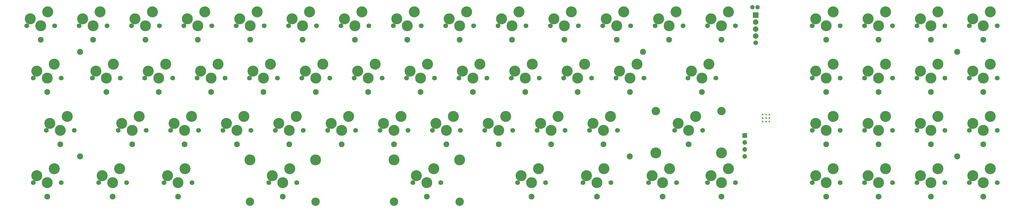
<source format=gbr>
%TF.GenerationSoftware,KiCad,Pcbnew,(6.0.10-0)*%
%TF.CreationDate,2023-02-15T12:55:37-06:00*%
%TF.ProjectId,The-GarlicBoard-2,5468652d-4761-4726-9c69-63426f617264,rev?*%
%TF.SameCoordinates,Original*%
%TF.FileFunction,Soldermask,Top*%
%TF.FilePolarity,Negative*%
%FSLAX46Y46*%
G04 Gerber Fmt 4.6, Leading zero omitted, Abs format (unit mm)*
G04 Created by KiCad (PCBNEW (6.0.10-0)) date 2023-02-15 12:55:37*
%MOMM*%
%LPD*%
G01*
G04 APERTURE LIST*
%ADD10C,3.987800*%
%ADD11C,1.750000*%
%ADD12C,4.000000*%
%ADD13C,3.048000*%
%ADD14C,2.200000*%
%ADD15C,1.700000*%
%ADD16R,2.000000X2.000000*%
%ADD17C,2.000000*%
%ADD18C,1.600000*%
%ADD19C,2.100000*%
%ADD20C,0.600000*%
%ADD21R,1.700000X1.700000*%
%ADD22O,1.700000X1.700000*%
G04 APERTURE END LIST*
D10*
X215900000Y-120142000D03*
D11*
X220980000Y-120142000D03*
X210820000Y-120142000D03*
D12*
X212090000Y-117602000D03*
X218440000Y-115062000D03*
D11*
X96520000Y-120142000D03*
X106680000Y-120142000D03*
D10*
X101600000Y-120142000D03*
D12*
X97790000Y-117602000D03*
X104140000Y-115062000D03*
D11*
X387604000Y-158242000D03*
X377444000Y-158242000D03*
D10*
X382524000Y-158242000D03*
D12*
X378714000Y-155702000D03*
X385064000Y-153162000D03*
D11*
X254254000Y-101092000D03*
D10*
X249174000Y-101092000D03*
D11*
X244094000Y-101092000D03*
D12*
X245364000Y-98552000D03*
X251714000Y-96012000D03*
D13*
X287305750Y-132207000D03*
X263429750Y-132207000D03*
D10*
X263429750Y-147447000D03*
X275367750Y-139192000D03*
D11*
X270287750Y-139192000D03*
X280447750Y-139192000D03*
D10*
X287305750Y-147447000D03*
D12*
X271557750Y-136652000D03*
X277907750Y-134112000D03*
D11*
X292354000Y-158242000D03*
D10*
X287274000Y-158242000D03*
D11*
X282194000Y-158242000D03*
D12*
X283464000Y-155702000D03*
X289814000Y-153162000D03*
D11*
X84486750Y-158242000D03*
X94646750Y-158242000D03*
D10*
X89566750Y-158242000D03*
D12*
X85756750Y-155702000D03*
X92106750Y-153162000D03*
D11*
X182118000Y-139192000D03*
X192278000Y-139192000D03*
D10*
X187198000Y-139192000D03*
D12*
X183388000Y-136652000D03*
X189738000Y-134112000D03*
D11*
X249428000Y-139192000D03*
X239268000Y-139192000D03*
D10*
X244348000Y-139192000D03*
D12*
X240538000Y-136652000D03*
X246888000Y-134112000D03*
D11*
X163830000Y-120142000D03*
X153670000Y-120142000D03*
D10*
X158750000Y-120142000D03*
D12*
X154940000Y-117602000D03*
X161290000Y-115062000D03*
D14*
X373000000Y-148700000D03*
D11*
X285210250Y-120142000D03*
D10*
X280130250Y-120142000D03*
D11*
X275050250Y-120142000D03*
D12*
X276320250Y-117602000D03*
X282670250Y-115062000D03*
D10*
X211074000Y-101092000D03*
D11*
X205994000Y-101092000D03*
X216154000Y-101092000D03*
D12*
X207264000Y-98552000D03*
X213614000Y-96012000D03*
D10*
X180086000Y-158242000D03*
D13*
X168148000Y-165227000D03*
D11*
X185166000Y-158242000D03*
D10*
X168148000Y-149987000D03*
X192024000Y-149987000D03*
D11*
X175006000Y-158242000D03*
D13*
X192024000Y-165227000D03*
D12*
X176276000Y-155702000D03*
X182626000Y-153162000D03*
D10*
X149098000Y-139192000D03*
D11*
X154178000Y-139192000D03*
X144018000Y-139192000D03*
D12*
X145288000Y-136652000D03*
X151638000Y-134112000D03*
D10*
X130048000Y-139192000D03*
D11*
X124968000Y-139192000D03*
X135128000Y-139192000D03*
D12*
X126238000Y-136652000D03*
X132588000Y-134112000D03*
D11*
X68580000Y-120142000D03*
D10*
X63500000Y-120142000D03*
D11*
X58420000Y-120142000D03*
D12*
X59690000Y-117602000D03*
X66040000Y-115062000D03*
D10*
X325374000Y-158242000D03*
D11*
X320294000Y-158242000D03*
X330454000Y-158242000D03*
D12*
X321564000Y-155702000D03*
X327914000Y-153162000D03*
D11*
X91694000Y-101092000D03*
X101854000Y-101092000D03*
D10*
X96774000Y-101092000D03*
D12*
X92964000Y-98552000D03*
X99314000Y-96012000D03*
D10*
X77724000Y-101092000D03*
D11*
X82804000Y-101092000D03*
X72644000Y-101092000D03*
D12*
X73914000Y-98552000D03*
X80264000Y-96012000D03*
D10*
X363474000Y-120142000D03*
D11*
X368554000Y-120142000D03*
X358394000Y-120142000D03*
D12*
X359664000Y-117602000D03*
X366014000Y-115062000D03*
D11*
X247046750Y-158242000D03*
X236886750Y-158242000D03*
D10*
X241966750Y-158242000D03*
D12*
X238156750Y-155702000D03*
X244506750Y-153162000D03*
D14*
X53911500Y-148717000D03*
D10*
X287274000Y-101092000D03*
D11*
X282194000Y-101092000D03*
X292354000Y-101092000D03*
D12*
X283464000Y-98552000D03*
X289814000Y-96012000D03*
D11*
X77470000Y-120142000D03*
D10*
X82550000Y-120142000D03*
D11*
X87630000Y-120142000D03*
D12*
X78740000Y-117602000D03*
X85090000Y-115062000D03*
D10*
X265842750Y-158242000D03*
D11*
X260762750Y-158242000D03*
X270922750Y-158242000D03*
D12*
X262032750Y-155702000D03*
X268382750Y-153162000D03*
D11*
X368554000Y-158242000D03*
D10*
X363474000Y-158242000D03*
D11*
X358394000Y-158242000D03*
D12*
X359664000Y-155702000D03*
X366014000Y-153162000D03*
D11*
X115570000Y-120142000D03*
X125730000Y-120142000D03*
D10*
X120650000Y-120142000D03*
D12*
X116840000Y-117602000D03*
X123190000Y-115062000D03*
D10*
X139700000Y-120142000D03*
D11*
X144780000Y-120142000D03*
X134620000Y-120142000D03*
D12*
X135890000Y-117602000D03*
X142240000Y-115062000D03*
D11*
X387604000Y-120142000D03*
D10*
X382524000Y-120142000D03*
D11*
X377444000Y-120142000D03*
D12*
X378714000Y-117602000D03*
X385064000Y-115062000D03*
D11*
X339344000Y-139192000D03*
X349504000Y-139192000D03*
D10*
X344424000Y-139192000D03*
D12*
X340614000Y-136652000D03*
X346964000Y-134112000D03*
D11*
X330454000Y-120142000D03*
D10*
X325374000Y-120142000D03*
D11*
X320294000Y-120142000D03*
D12*
X321564000Y-117602000D03*
X327914000Y-115062000D03*
D10*
X325374000Y-139192000D03*
D11*
X320294000Y-139192000D03*
X330454000Y-139192000D03*
D12*
X321564000Y-136652000D03*
X327914000Y-134112000D03*
D11*
X220218000Y-139192000D03*
X230378000Y-139192000D03*
D10*
X225298000Y-139192000D03*
D12*
X221488000Y-136652000D03*
X227838000Y-134112000D03*
D14*
X372999000Y-110617000D03*
D11*
X132746750Y-158242000D03*
X122586750Y-158242000D03*
D13*
X139604750Y-165227000D03*
D10*
X115728750Y-149987000D03*
D13*
X115728750Y-165227000D03*
D10*
X127666750Y-158242000D03*
X139604750Y-149987000D03*
D12*
X123856750Y-155702000D03*
X130206750Y-153162000D03*
D11*
X70866000Y-158242000D03*
X60706000Y-158242000D03*
D10*
X65786000Y-158242000D03*
D12*
X61976000Y-155702000D03*
X68326000Y-153162000D03*
D11*
X47085250Y-158242000D03*
X36925250Y-158242000D03*
D10*
X42005250Y-158242000D03*
D12*
X38195250Y-155702000D03*
X44545250Y-153162000D03*
D10*
X177800000Y-120142000D03*
D11*
X172720000Y-120142000D03*
X182880000Y-120142000D03*
D12*
X173990000Y-117602000D03*
X180340000Y-115062000D03*
D14*
X253936500Y-148717000D03*
D11*
X240030000Y-120142000D03*
D10*
X234950000Y-120142000D03*
D11*
X229870000Y-120142000D03*
D12*
X231140000Y-117602000D03*
X237490000Y-115062000D03*
D10*
X172974000Y-101092000D03*
D11*
X178054000Y-101092000D03*
X167894000Y-101092000D03*
D12*
X169164000Y-98552000D03*
X175514000Y-96012000D03*
D11*
X330454000Y-101092000D03*
D10*
X325374000Y-101092000D03*
D11*
X320294000Y-101092000D03*
D12*
X321564000Y-98552000D03*
X327914000Y-96012000D03*
D10*
X382524000Y-101092000D03*
D11*
X387604000Y-101092000D03*
X377444000Y-101092000D03*
D12*
X378714000Y-98552000D03*
X385064000Y-96012000D03*
D11*
X63754000Y-101092000D03*
X53594000Y-101092000D03*
D10*
X58674000Y-101092000D03*
D12*
X54864000Y-98552000D03*
X61214000Y-96012000D03*
D11*
X259080000Y-120142000D03*
D10*
X254000000Y-120142000D03*
D11*
X248920000Y-120142000D03*
D12*
X250190000Y-117602000D03*
X256540000Y-115062000D03*
D10*
X42005250Y-120142000D03*
D11*
X47085250Y-120142000D03*
X36925250Y-120142000D03*
D12*
X38195250Y-117602000D03*
X44545250Y-115062000D03*
D11*
X186944000Y-101092000D03*
X197104000Y-101092000D03*
D10*
X192024000Y-101092000D03*
D12*
X188214000Y-98552000D03*
X194564000Y-96012000D03*
D10*
X115824000Y-101092000D03*
D11*
X120904000Y-101092000D03*
X110744000Y-101092000D03*
D12*
X112014000Y-98552000D03*
X118364000Y-96012000D03*
D14*
X258700000Y-110600000D03*
D10*
X39624000Y-101092000D03*
D11*
X34544000Y-101092000D03*
X44704000Y-101092000D03*
D12*
X35814000Y-98552000D03*
X42164000Y-96012000D03*
D14*
X53911500Y-110617000D03*
D11*
X223266000Y-158242000D03*
D10*
X218186000Y-158242000D03*
D11*
X213106000Y-158242000D03*
D12*
X214376000Y-155702000D03*
X220726000Y-153162000D03*
D10*
X72898000Y-139192000D03*
D11*
X77978000Y-139192000D03*
X67818000Y-139192000D03*
D12*
X69088000Y-136652000D03*
X75438000Y-134112000D03*
D11*
X368554000Y-139192000D03*
X358394000Y-139192000D03*
D10*
X363474000Y-139192000D03*
D12*
X359664000Y-136652000D03*
X366014000Y-134112000D03*
D11*
X51847750Y-139192000D03*
X41687750Y-139192000D03*
D10*
X46767750Y-139192000D03*
D12*
X42957750Y-136652000D03*
X49307750Y-134112000D03*
D11*
X235204000Y-101092000D03*
X225044000Y-101092000D03*
D10*
X230124000Y-101092000D03*
D12*
X226314000Y-98552000D03*
X232664000Y-96012000D03*
D10*
X344424000Y-158242000D03*
D11*
X339344000Y-158242000D03*
X349504000Y-158242000D03*
D12*
X340614000Y-155702000D03*
X346964000Y-153162000D03*
D11*
X339344000Y-120142000D03*
D10*
X344424000Y-120142000D03*
D11*
X349504000Y-120142000D03*
D12*
X340614000Y-117602000D03*
X346964000Y-115062000D03*
D11*
X201930000Y-120142000D03*
X191770000Y-120142000D03*
D10*
X196850000Y-120142000D03*
D12*
X193040000Y-117602000D03*
X199390000Y-115062000D03*
D10*
X268224000Y-101092000D03*
D11*
X273304000Y-101092000D03*
X263144000Y-101092000D03*
D12*
X264414000Y-98552000D03*
X270764000Y-96012000D03*
D10*
X168148000Y-139192000D03*
D11*
X163068000Y-139192000D03*
X173228000Y-139192000D03*
D12*
X164338000Y-136652000D03*
X170688000Y-134112000D03*
D10*
X91948000Y-139192000D03*
D11*
X86868000Y-139192000D03*
X97028000Y-139192000D03*
D12*
X88138000Y-136652000D03*
X94488000Y-134112000D03*
D10*
X363474000Y-101092000D03*
D11*
X358394000Y-101092000D03*
X368554000Y-101092000D03*
D12*
X359664000Y-98552000D03*
X366014000Y-96012000D03*
D11*
X339344000Y-101092000D03*
D10*
X344424000Y-101092000D03*
D11*
X349504000Y-101092000D03*
D12*
X340614000Y-98552000D03*
X346964000Y-96012000D03*
D11*
X201168000Y-139192000D03*
X211328000Y-139192000D03*
D10*
X206248000Y-139192000D03*
D12*
X202438000Y-136652000D03*
X208788000Y-134112000D03*
D10*
X110998000Y-139192000D03*
D11*
X105918000Y-139192000D03*
X116078000Y-139192000D03*
D12*
X107188000Y-136652000D03*
X113538000Y-134112000D03*
D11*
X148844000Y-101092000D03*
D10*
X153924000Y-101092000D03*
D11*
X159004000Y-101092000D03*
D12*
X150114000Y-98552000D03*
X156464000Y-96012000D03*
D11*
X377444000Y-139192000D03*
X387604000Y-139192000D03*
D10*
X382524000Y-139192000D03*
D12*
X378714000Y-136652000D03*
X385064000Y-134112000D03*
D10*
X134874000Y-101092000D03*
D11*
X129794000Y-101092000D03*
X139954000Y-101092000D03*
D12*
X131064000Y-98552000D03*
X137414000Y-96012000D03*
D15*
X299742500Y-107304500D03*
D16*
X299742500Y-97194500D03*
D17*
X299742500Y-99734500D03*
X299742500Y-102274500D03*
X299742500Y-104814500D03*
D18*
X298517500Y-94354500D03*
X300367500Y-94354500D03*
D19*
X287274000Y-106172000D03*
X275367750Y-144272000D03*
X241966750Y-163322000D03*
X287274000Y-163322000D03*
X134874000Y-106172000D03*
X101600000Y-125222000D03*
X382524000Y-163322000D03*
X82550000Y-125222000D03*
X325374000Y-144272000D03*
X115824000Y-106172000D03*
X325374000Y-106172000D03*
X225298000Y-144272000D03*
X63500000Y-125222000D03*
X325374000Y-163322000D03*
X120650000Y-125222000D03*
D20*
X304742000Y-133459000D03*
X302242000Y-133459000D03*
X304742000Y-135959000D03*
X303492000Y-133459000D03*
X303492000Y-135959000D03*
X303492000Y-134709000D03*
X302242000Y-134709000D03*
X302242000Y-135959000D03*
X304742000Y-134709000D03*
D19*
X363474000Y-163322000D03*
X192024000Y-106172000D03*
X127666750Y-163322000D03*
X218186000Y-163322000D03*
X139700000Y-125222000D03*
X363474000Y-144272000D03*
X149100000Y-144272000D03*
X72898000Y-144272000D03*
X180086000Y-163322000D03*
X187198000Y-144272000D03*
X382524000Y-144272000D03*
X344424000Y-144272000D03*
X215900000Y-125222000D03*
X196850000Y-125222000D03*
X344424000Y-106172000D03*
X363474000Y-125222000D03*
X77724000Y-106172000D03*
X280130250Y-125222000D03*
X268224000Y-106172000D03*
X58674000Y-106172000D03*
X344424000Y-125222000D03*
X244348000Y-144272000D03*
X46767750Y-144272000D03*
X234950000Y-125222000D03*
X382524000Y-106172000D03*
X325374000Y-125222000D03*
X65786000Y-163322000D03*
X42005250Y-125222000D03*
X344424000Y-163322000D03*
X110998000Y-144272000D03*
X158750000Y-125222000D03*
D21*
X295700000Y-141100000D03*
D22*
X295700000Y-143640000D03*
X295700000Y-146180000D03*
X295700000Y-148720000D03*
D19*
X42005250Y-163322000D03*
X177800000Y-125222000D03*
X363474000Y-106172000D03*
X265842750Y-163322000D03*
X168148000Y-144272000D03*
X249174000Y-106172000D03*
X206248000Y-144272000D03*
X230124000Y-106172000D03*
X172974000Y-106172000D03*
X130048000Y-144272000D03*
X382524000Y-125222000D03*
X153924000Y-106172000D03*
X39624000Y-106172000D03*
X211074000Y-106172000D03*
X96774000Y-106172000D03*
X89566750Y-163322000D03*
X91948000Y-144272000D03*
X254000000Y-125222000D03*
M02*

</source>
